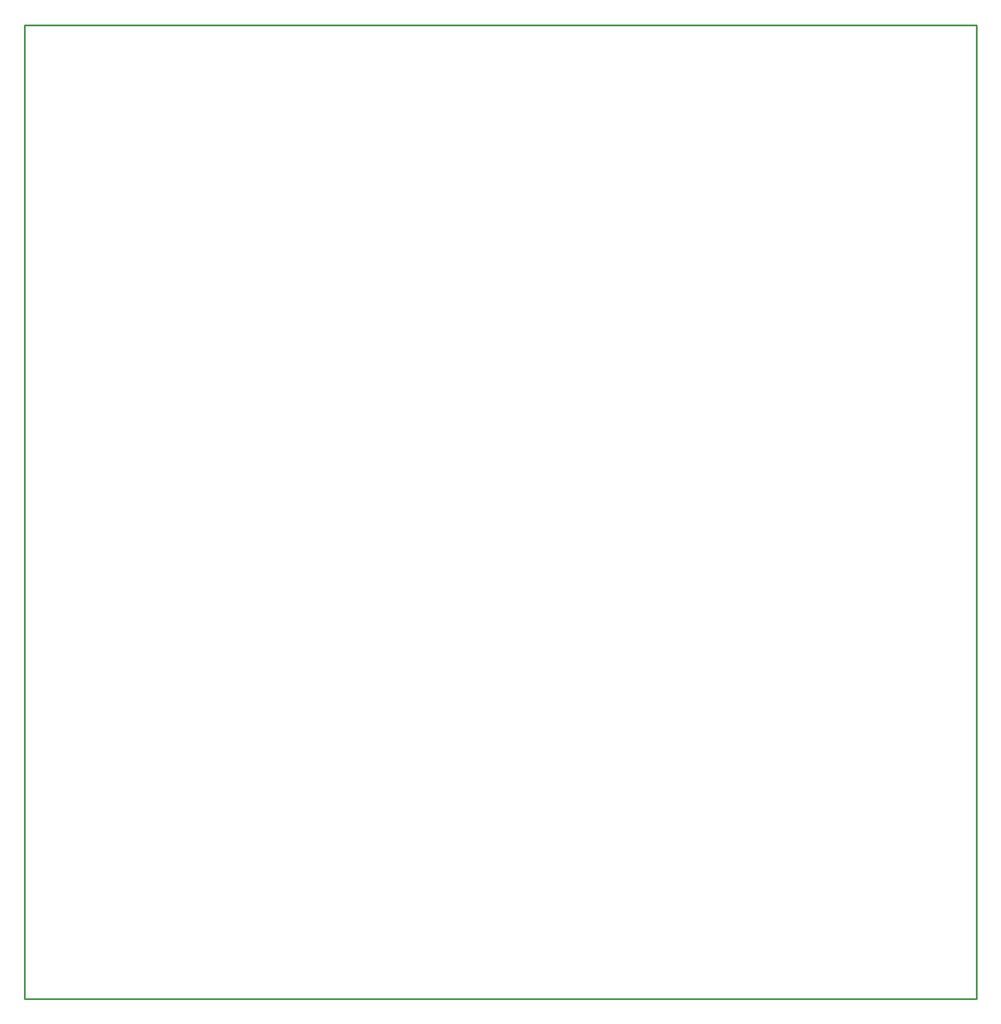
<source format=gbr>
G04 Layer_Color=8388736*
%FSLAX24Y24*%
%MOIN*%
%TF.FileFunction,Other,Outline*%
%TF.Part,Single*%
G01*
G75*
%TA.AperFunction,NonConductor*%
%ADD45C,0.0100*%
D45*
X0Y0D02*
Y55512D01*
X54331D01*
Y0D02*
Y55512D01*
X0Y0D02*
X54331D01*
%TF.MD5,4feb33524d2f8262f80012c6a680e3fb*%
M02*

</source>
